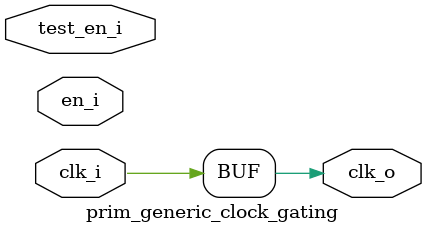
<source format=sv>

module prim_generic_clock_gating (
  input        clk_i,
  input        en_i,
  input        test_en_i,
  output logic clk_o
);
  assign clk_o = clk_i;

endmodule


</source>
